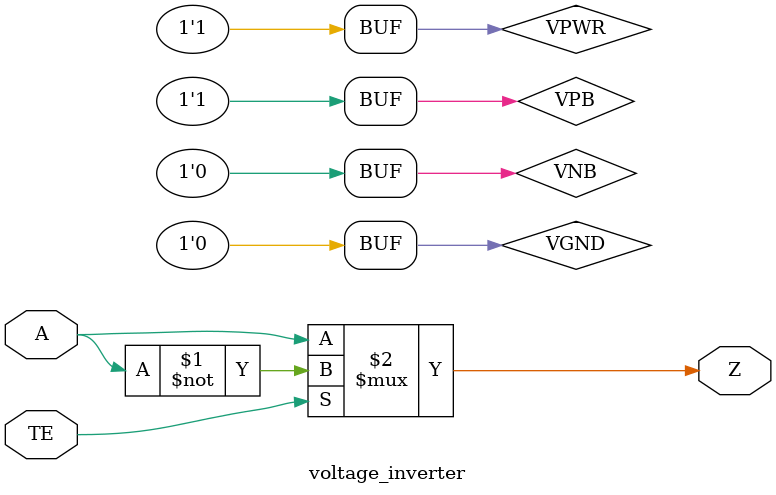
<source format=v>
module voltage_inverter (
    output Z,
    input A,
    input TE
);

    // Voltage supply signals
    supply1 VPWR;
    supply0 VGND;
    supply1 VPB;
    supply0 VNB;

    // p-type and n-type transistors
    //sky130_fd_sc_hdll_vnp vnp (
    //    .D(Z),
    //    .G(A),
    //    .S(VPB),
    //    .B(VNB)
    //);
    //sky130_fd_sc_hdll_vpp vpp (
    //    .D(Z),
    //    .G(A),
    //    .S(VPB),
    //    .B(VNB)
    //);

    // inverter logic
    assign Z = TE ? ~A : A;

endmodule
</source>
